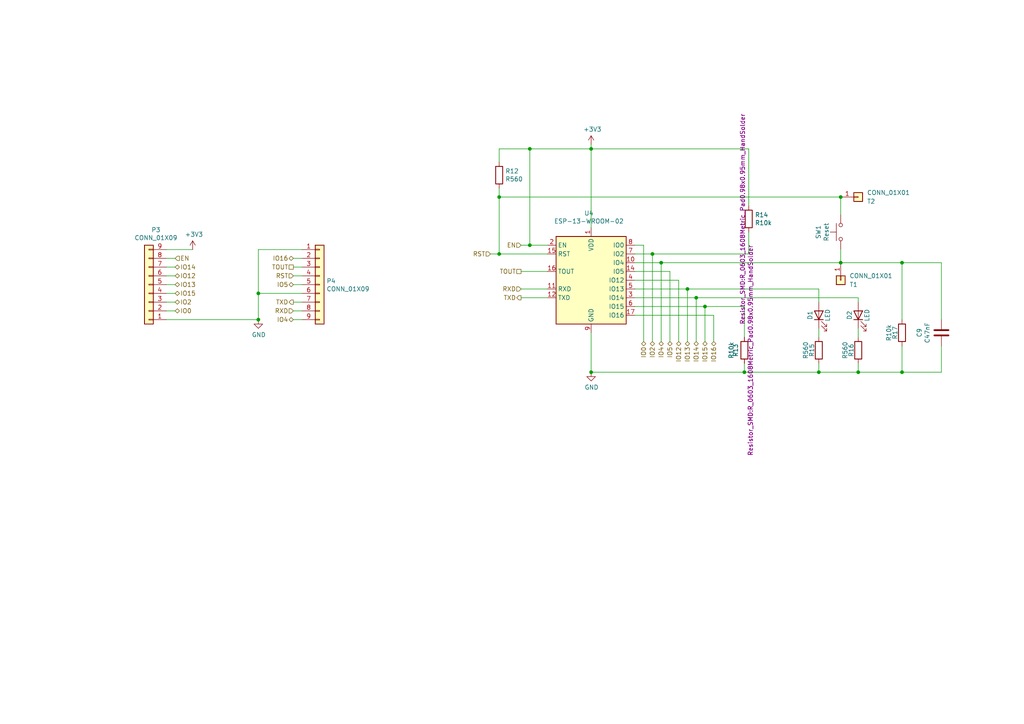
<source format=kicad_sch>
(kicad_sch (version 20221110) (generator eeschema)
  (paper "A4")
  (lib_symbols
    (symbol "Connector_Generic:Conn_01x01" (pin_names (offset 1.016) hide)
      (property "Reference" "J" (at 0 2.54 0))
      (property "Value" "Conn_01x01" (at 0 -2.54 0))
      (symbol "Conn_01x01_1_1"
        (rectangle (start -1.27 0.127) (end 0 -0.127) (stroke (width 0.1524)))
        (rectangle (start -1.27 1.27) (end 1.27 -1.27) (stroke (width 0.254)) (fill (type background)))
        (pin passive line (at -5.08 0 0) (length 3.81) (name "Pin_1") (number "1"))
      )
    )
    (symbol "Connector_Generic:Conn_01x09" (pin_names (offset 1.016) hide)
      (property "Reference" "J" (at 0 12.7 0))
      (property "Value" "Conn_01x09" (at 0 -12.7 0))
      (symbol "Conn_01x09_1_1"
        (rectangle (start -1.27 -10.033) (end 0 -10.287) (stroke (width 0.1524)))
        (rectangle (start -1.27 -7.493) (end 0 -7.747) (stroke (width 0.1524)))
        (rectangle (start -1.27 -4.953) (end 0 -5.207) (stroke (width 0.1524)))
        (rectangle (start -1.27 -2.413) (end 0 -2.667) (stroke (width 0.1524)))
        (rectangle (start -1.27 0.127) (end 0 -0.127) (stroke (width 0.1524)))
        (rectangle (start -1.27 2.667) (end 0 2.413) (stroke (width 0.1524)))
        (rectangle (start -1.27 5.207) (end 0 4.953) (stroke (width 0.1524)))
        (rectangle (start -1.27 7.747) (end 0 7.493) (stroke (width 0.1524)))
        (rectangle (start -1.27 10.287) (end 0 10.033) (stroke (width 0.1524)))
        (rectangle (start -1.27 11.43) (end 1.27 -11.43) (stroke (width 0.254)) (fill (type background)))
        (pin passive line (at -5.08 10.16 0) (length 3.81) (name "Pin_1") (number "1"))
        (pin passive line (at -5.08 7.62 0) (length 3.81) (name "Pin_2") (number "2"))
        (pin passive line (at -5.08 5.08 0) (length 3.81) (name "Pin_3") (number "3"))
        (pin passive line (at -5.08 2.54 0) (length 3.81) (name "Pin_4") (number "4"))
        (pin passive line (at -5.08 0 0) (length 3.81) (name "Pin_5") (number "5"))
        (pin passive line (at -5.08 -2.54 0) (length 3.81) (name "Pin_6") (number "6"))
        (pin passive line (at -5.08 -5.08 0) (length 3.81) (name "Pin_7") (number "7"))
        (pin passive line (at -5.08 -7.62 0) (length 3.81) (name "Pin_8") (number "8"))
        (pin passive line (at -5.08 -10.16 0) (length 3.81) (name "Pin_9") (number "9"))
      )
    )
    (symbol "Device:C" (pin_numbers hide) (pin_names (offset 0.254))
      (property "Reference" "C" (at 0.635 2.54 0))
      (property "Value" "C" (at 0.635 -2.54 0))
      (symbol "C_0_1"
        (polyline (pts (xy -2.032 -0.762) (xy 2.032 -0.762)) (stroke (width 0.508)))
        (polyline (pts (xy -2.032 0.762) (xy 2.032 0.762)) (stroke (width 0.508)))
      )
      (symbol "C_1_1"
        (pin passive line (at 0 3.81 270) (length 2.794) (name "~") (number "1"))
        (pin passive line (at 0 -3.81 90) (length 2.794) (name "~") (number "2"))
      )
    )
    (symbol "Device:LED" (pin_numbers hide) (pin_names (offset 1.016) hide)
      (property "Reference" "D" (at 0 2.54 0))
      (property "Value" "LED" (at 0 -2.54 0))
      (symbol "LED_0_1"
        (polyline (pts (xy -1.27 -1.27) (xy -1.27 1.27)) (stroke (width 0.254)))
        (polyline (pts (xy -1.27 0) (xy 1.27 0)))
        (polyline (pts (xy 1.27 -1.27) (xy 1.27 1.27) (xy -1.27 0) (xy 1.27 -1.27)) (stroke (width 0.254)))
        (polyline (pts (xy -3.048 -0.762) (xy -4.572 -2.286) (xy -3.81 -2.286) (xy -4.572 -2.286) (xy -4.572 -1.524)))
        (polyline (pts (xy -1.778 -0.762) (xy -3.302 -2.286) (xy -2.54 -2.286) (xy -3.302 -2.286) (xy -3.302 -1.524)))
      )
      (symbol "LED_1_1"
        (pin passive line (at -3.81 0 0) (length 2.54) (name "K") (number "1"))
        (pin passive line (at 3.81 0 180) (length 2.54) (name "A") (number "2"))
      )
    )
    (symbol "Device:R" (pin_numbers hide) (pin_names (offset 0))
      (property "Reference" "R" (at 2.032 0 90))
      (property "Value" "R" (at 0 0 90))
      (symbol "R_0_1"
        (rectangle (start -1.016 -2.54) (end 1.016 2.54) (stroke (width 0.254)))
      )
      (symbol "R_1_1"
        (pin passive line (at 0 3.81 270) (length 1.27) (name "~") (number "1"))
        (pin passive line (at 0 -3.81 90) (length 1.27) (name "~") (number "2"))
      )
    )
    (symbol "RF_Module:ESP-WROOM-02"
      (property "Reference" "U" (at -7.62 13.97 0))
      (property "Value" "ESP-WROOM-02" (at 10.16 13.97 0))
      (symbol "ESP-WROOM-02_0_1"
        (rectangle (start 10.16 12.7) (end -10.16 -12.7) (stroke (width 0.254)) (fill (type background)))
      )
      (symbol "ESP-WROOM-02_1_1"
        (pin power_in line (at 0 15.24 270) (length 2.54) (name "VDD") (number "1"))
        (pin bidirectional line (at 12.7 5.08 180) (length 2.54) (name "IO4") (number "10"))
        (pin bidirectional line (at -12.7 -2.54 0) (length 2.54) (name "RXD") (number "11"))
        (pin bidirectional line (at -12.7 -5.08 0) (length 2.54) (name "TXD") (number "12"))
        (pin passive line (at 0 -15.24 90) (length 2.54) hide (name "GND") (number "13"))
        (pin bidirectional line (at 12.7 2.54 180) (length 2.54) (name "IO5") (number "14"))
        (pin input line (at -12.7 7.62 0) (length 2.54) (name "RST") (number "15"))
        (pin input line (at -12.7 2.54 0) (length 2.54) (name "TOUT") (number "16"))
        (pin bidirectional line (at 12.7 -10.16 180) (length 2.54) (name "IO16") (number "17"))
        (pin passive line (at 0 -15.24 90) (length 2.54) hide (name "GND") (number "18"))
        (pin passive line (at 0 -15.24 90) (length 2.54) hide (name "GND") (number "19"))
        (pin input line (at -12.7 10.16 0) (length 2.54) (name "EN") (number "2"))
        (pin bidirectional line (at 12.7 -5.08 180) (length 2.54) (name "IO14") (number "3"))
        (pin bidirectional line (at 12.7 0 180) (length 2.54) (name "IO12") (number "4"))
        (pin bidirectional line (at 12.7 -2.54 180) (length 2.54) (name "IO13") (number "5"))
        (pin bidirectional line (at 12.7 -7.62 180) (length 2.54) (name "IO15") (number "6"))
        (pin bidirectional line (at 12.7 7.62 180) (length 2.54) (name "IO2") (number "7"))
        (pin bidirectional line (at 12.7 10.16 180) (length 2.54) (name "IO0") (number "8"))
        (pin power_in line (at 0 -15.24 90) (length 2.54) (name "GND") (number "9"))
      )
    )
    (symbol "Switch:SW_Push" (pin_numbers hide) (pin_names (offset 1.016) hide)
      (property "Reference" "SW" (at 1.27 2.54 0))
      (property "Value" "SW_Push" (at 0 -1.524 0))
      (symbol "SW_Push_0_1"
        (circle (center -2.032 0) (radius 0.508))
        (polyline (pts (xy 0 1.27) (xy 0 3.048)))
        (polyline (pts (xy 2.54 1.27) (xy -2.54 1.27)))
        (circle (center 2.032 0) (radius 0.508))
        (pin passive line (at -5.08 0 0) (length 2.54) (name "1") (number "1"))
        (pin passive line (at 5.08 0 180) (length 2.54) (name "2") (number "2"))
      )
    )
    (symbol "power:+3V3" (power) (pin_names (offset 0))
      (property "Value" "+3V3" (at 0 3.556 0))
      (symbol "+3V3_0_1"
        (polyline (pts (xy -0.762 1.27) (xy 0 2.54)))
        (polyline (pts (xy 0 0) (xy 0 2.54)))
        (polyline (pts (xy 0 2.54) (xy 0.762 1.27)))
      )
      (symbol "+3V3_1_1"
        (pin power_in line (at 0 0 90) (length 0) hide (name "+3V3") (number "1"))
      )
    )
    (symbol "power:GND" (power) (pin_names (offset 0))
      (property "Value" "GND" (at 0 -3.81 0))
      (symbol "GND_0_1"
        (polyline (pts (xy 0 0) (xy 0 -1.27) (xy 1.27 -1.27) (xy 0 -2.54) (xy -1.27 -1.27) (xy 0 -1.27)))
      )
      (symbol "GND_1_1"
        (pin power_in line (at 0 0 270) (length 0) hide (name "GND") (number "1"))
      )
    )
  )
  (junction (at 144.78 57.15))
  (junction (at 237.49 107.95))
  (junction (at 189.23 73.66))
  (junction (at 74.93 92.71))
  (junction (at 204.47 88.9))
  (junction (at 74.93 85.09))
  (junction (at 191.77 76.2))
  (junction (at 248.92 107.95))
  (junction (at 171.45 43.18))
  (junction (at 171.45 107.95))
  (junction (at 199.39 83.82))
  (junction (at 153.67 43.18))
  (junction (at 201.93 86.36))
  (junction (at 261.62 107.95))
  (junction (at 243.84 76.2))
  (junction (at 261.62 76.2))
  (junction (at 243.84 57.15))
  (junction (at 215.9 107.95))
  (junction (at 144.78 73.66))
  (junction (at 153.67 71.12))
  (wire (pts (xy 237.49 83.82) (xy 237.49 87.63)))
  (wire (pts (xy 215.9 105.41) (xy 215.9 107.95)))
  (wire (pts (xy 171.45 43.18) (xy 171.45 66.04)))
  (wire (pts (xy 87.63 74.93) (xy 85.09 74.93)))
  (wire (pts (xy 273.05 76.2) (xy 273.05 92.71)))
  (wire (pts (xy 144.78 57.15) (xy 243.84 57.15)))
  (wire (pts (xy 199.39 99.06) (xy 199.39 83.82)))
  (wire (pts (xy 50.8 90.17) (xy 48.26 90.17)))
  (wire (pts (xy 50.8 82.55) (xy 48.26 82.55)))
  (wire (pts (xy 261.62 76.2) (xy 273.05 76.2)))
  (wire (pts (xy 153.67 43.18) (xy 153.67 71.12)))
  (wire (pts (xy 74.93 85.09) (xy 74.93 72.39)))
  (wire (pts (xy 261.62 76.2) (xy 243.84 76.2)))
  (wire (pts (xy 184.15 88.9) (xy 204.47 88.9)))
  (wire (pts (xy 48.26 74.93) (xy 50.8 74.93)))
  (wire (pts (xy 186.69 71.12) (xy 186.69 99.06)))
  (wire (pts (xy 74.93 85.09) (xy 74.93 92.71)))
  (wire (pts (xy 153.67 43.18) (xy 171.45 43.18)))
  (wire (pts (xy 85.09 77.47) (xy 87.63 77.47)))
  (wire (pts (xy 191.77 76.2) (xy 243.84 76.2)))
  (wire (pts (xy 50.8 87.63) (xy 48.26 87.63)))
  (wire (pts (xy 171.45 43.18) (xy 217.17 43.18)))
  (wire (pts (xy 158.75 71.12) (xy 153.67 71.12)))
  (wire (pts (xy 196.85 99.06) (xy 196.85 81.28)))
  (wire (pts (xy 151.13 83.82) (xy 158.75 83.82)))
  (wire (pts (xy 85.09 82.55) (xy 87.63 82.55)))
  (wire (pts (xy 204.47 88.9) (xy 215.9 88.9)))
  (wire (pts (xy 87.63 80.01) (xy 85.09 80.01)))
  (wire (pts (xy 199.39 83.82) (xy 237.49 83.82)))
  (wire (pts (xy 153.67 71.12) (xy 151.13 71.12)))
  (wire (pts (xy 74.93 92.71) (xy 48.26 92.71)))
  (wire (pts (xy 50.8 85.09) (xy 48.26 85.09)))
  (wire (pts (xy 191.77 99.06) (xy 191.77 76.2)))
  (wire (pts (xy 48.26 72.39) (xy 55.88 72.39)))
  (wire (pts (xy 144.78 57.15) (xy 144.78 73.66)))
  (wire (pts (xy 74.93 85.09) (xy 87.63 85.09)))
  (wire (pts (xy 273.05 107.95) (xy 261.62 107.95)))
  (wire (pts (xy 261.62 92.71) (xy 261.62 76.2)))
  (wire (pts (xy 248.92 86.36) (xy 248.92 87.63)))
  (wire (pts (xy 194.31 78.74) (xy 184.15 78.74)))
  (wire (pts (xy 207.01 91.44) (xy 184.15 91.44)))
  (wire (pts (xy 204.47 99.06) (xy 204.47 88.9)))
  (wire (pts (xy 144.78 46.99) (xy 144.78 43.18)))
  (wire (pts (xy 48.26 80.01) (xy 50.8 80.01)))
  (wire (pts (xy 184.15 73.66) (xy 189.23 73.66)))
  (wire (pts (xy 237.49 105.41) (xy 237.49 107.95)))
  (wire (pts (xy 85.09 90.17) (xy 87.63 90.17)))
  (wire (pts (xy 207.01 99.06) (xy 207.01 91.44)))
  (wire (pts (xy 50.8 77.47) (xy 48.26 77.47)))
  (wire (pts (xy 184.15 83.82) (xy 199.39 83.82)))
  (wire (pts (xy 184.15 81.28) (xy 196.85 81.28)))
  (wire (pts (xy 74.93 72.39) (xy 87.63 72.39)))
  (wire (pts (xy 158.75 73.66) (xy 144.78 73.66)))
  (wire (pts (xy 194.31 99.06) (xy 194.31 78.74)))
  (wire (pts (xy 144.78 73.66) (xy 142.24 73.66)))
  (wire (pts (xy 261.62 107.95) (xy 248.92 107.95)))
  (wire (pts (xy 243.84 72.39) (xy 243.84 76.2)))
  (wire (pts (xy 215.9 107.95) (xy 237.49 107.95)))
  (wire (pts (xy 189.23 73.66) (xy 217.17 73.66)))
  (wire (pts (xy 248.92 107.95) (xy 237.49 107.95)))
  (wire (pts (xy 171.45 43.18) (xy 171.45 41.91)))
  (wire (pts (xy 215.9 88.9) (xy 215.9 97.79)))
  (wire (pts (xy 201.93 86.36) (xy 248.92 86.36)))
  (wire (pts (xy 201.93 99.06) (xy 201.93 86.36)))
  (wire (pts (xy 248.92 105.41) (xy 248.92 107.95)))
  (wire (pts (xy 144.78 54.61) (xy 144.78 57.15)))
  (wire (pts (xy 217.17 73.66) (xy 217.17 67.31)))
  (wire (pts (xy 217.17 59.69) (xy 217.17 43.18)))
  (wire (pts (xy 171.45 107.95) (xy 215.9 107.95)))
  (wire (pts (xy 273.05 100.33) (xy 273.05 107.95)))
  (wire (pts (xy 184.15 71.12) (xy 186.69 71.12)))
  (wire (pts (xy 237.49 95.25) (xy 237.49 97.79)))
  (wire (pts (xy 151.13 86.36) (xy 158.75 86.36)))
  (wire (pts (xy 87.63 87.63) (xy 85.09 87.63)))
  (wire (pts (xy 261.62 100.33) (xy 261.62 107.95)))
  (wire (pts (xy 248.92 95.25) (xy 248.92 97.79)))
  (wire (pts (xy 87.63 92.71) (xy 85.09 92.71)))
  (wire (pts (xy 151.13 78.74) (xy 158.75 78.74)))
  (wire (pts (xy 171.45 96.52) (xy 171.45 107.95)))
  (wire (pts (xy 189.23 99.06) (xy 189.23 73.66)))
  (wire (pts (xy 184.15 76.2) (xy 191.77 76.2)))
  (wire (pts (xy 184.15 86.36) (xy 201.93 86.36)))
  (wire (pts (xy 144.78 43.18) (xy 153.67 43.18)))
  (wire (pts (xy 243.84 62.23) (xy 243.84 57.15)))
  (hierarchical_label "IO14" (shape bidirectional) (at 50.8 77.47 0))
  (hierarchical_label "EN" (shape input) (at 151.13 71.12 180))
  (hierarchical_label "RST" (shape input) (at 142.24 73.66 180))
  (hierarchical_label "IO13" (shape bidirectional) (at 50.8 82.55 0))
  (hierarchical_label "IO2" (shape bidirectional) (at 189.23 99.06 270))
  (hierarchical_label "IO12" (shape bidirectional) (at 50.8 80.01 0))
  (hierarchical_label "IO5" (shape bidirectional) (at 85.09 82.55 180))
  (hierarchical_label "TXD" (shape output) (at 151.13 86.36 180))
  (hierarchical_label "RST" (shape input) (at 85.09 80.01 180))
  (hierarchical_label "IO13" (shape bidirectional) (at 199.39 99.06 270))
  (hierarchical_label "EN" (shape input) (at 50.8 74.93 0))
  (hierarchical_label "IO0" (shape bidirectional) (at 50.8 90.17 0))
  (hierarchical_label "TOUT" (shape passive) (at 85.09 77.47 180))
  (hierarchical_label "TOUT" (shape passive) (at 151.13 78.74 180))
  (hierarchical_label "IO14" (shape bidirectional) (at 201.93 99.06 270))
  (hierarchical_label "IO12" (shape bidirectional) (at 196.85 99.06 270))
  (hierarchical_label "IO2" (shape bidirectional) (at 50.8 87.63 0))
  (hierarchical_label "TXD" (shape output) (at 85.09 87.63 180))
  (hierarchical_label "RXD" (shape input) (at 85.09 90.17 180))
  (hierarchical_label "IO16" (shape bidirectional) (at 207.01 99.06 270))
  (hierarchical_label "IO4" (shape bidirectional) (at 191.77 99.06 270))
  (hierarchical_label "RXD" (shape input) (at 151.13 83.82 180))
  (hierarchical_label "IO0" (shape bidirectional) (at 186.69 99.06 270))
  (hierarchical_label "IO5" (shape bidirectional) (at 194.31 99.06 270))
  (hierarchical_label "IO16" (shape bidirectional) (at 85.09 74.93 180))
  (hierarchical_label "IO15" (shape bidirectional) (at 50.8 85.09 0))
  (hierarchical_label "IO15" (shape bidirectional) (at 204.47 99.06 270))
  (hierarchical_label "IO4" (shape bidirectional) (at 85.09 92.71 180))
  (symbol (lib_id "Device:R") (at 261.62 96.52 180) (unit 1)
    (property "Reference" "R17" (at 259.588 96.52 90))
    (property "Value" "R10k" (at 257.81 96.52 90))
    (property "Footprint" "Resistor_SMD:R_0603_1608Metric_Pad0.98x0.95mm_HandSolder" (effects hide))
    (property "Farnell" "2331740" (effects hide))
    (property "Farnell Price/Stock" "https://uk.farnell.com/te-connectivity/crgh0603j10k/res-10k-5-0-2w-0603-thick-film/dp/2331740" (effects hide))
  )
  (symbol (lib_id "Connector_Generic:Conn_01x01") (at 248.92 57.15 0) (unit 1)
    (property "Reference" "T2" (at 251.46 58.42 0) (effects (justify left)))
    (property "Value" "CONN_01X01" (at 251.46 55.88 0) (effects (justify left)))
    (property "Footprint" "TestPoint:TestPoint_Pad_D2.0mm" (effects hide))
    (property "Description" "DNP" (effects hide))
  )
  (symbol (lib_id "Connector_Generic:Conn_01x01") (at 243.84 81.28 270) (unit 1)
    (property "Reference" "T1" (at 246.38 82.55 90) (effects (justify left)))
    (property "Value" "CONN_01X01" (at 246.38 80.01 90) (effects (justify left)))
    (property "Footprint" "TestPoint:TestPoint_Pad_D2.0mm" (effects hide))
    (property "Description" "DNP" (effects hide))
  )
  (symbol (lib_id "Device:C") (at 273.05 96.52 0) (unit 1)
    (property "Reference" "C9" (at 266.6492 96.52 90))
    (property "Value" "C47nF" (at 268.9606 96.52 90))
    (property "Footprint" "Capacitor_SMD:C_0603_1608Metric_Pad1.08x0.95mm_HandSolder" (effects hide))
    (property "Farnell" "1759031" (effects hide))
    (property "Farnell Price/Stock" "https://uk.farnell.com/multicomp/mc0603b473k250ct/cap-0-047-f-25v-10-x7r-0603/dp/1759031" (effects hide))
  )
  (symbol (lib_id "Device:R") (at 144.78 50.8 0) (unit 1)
    (property "Reference" "R12" (at 146.558 49.6316 0) (effects (justify left)))
    (property "Value" "R560" (at 146.558 51.943 0) (effects (justify left)))
    (property "Footprint" "Resistor_SMD:R_0603_1608Metric_Pad0.98x0.95mm_HandSolder" (effects hide))
    (property "Farnell" "2502470" (effects hide))
    (property "Farnell Price/Stock" "https://uk.farnell.com/walsin/wr06x5600ftl/res-560r-1-75v-0603-thick-film/dp/2502470" (effects hide))
  )
  (symbol (lib_id "Device:R") (at 248.92 101.6 180) (unit 1)
    (property "Reference" "R16" (at 246.888 101.6 90))
    (property "Value" "R560" (at 245.11 101.6 90))
    (property "Footprint" "Resistor_SMD:R_0603_1608Metric_Pad0.98x0.95mm_HandSolder" (effects hide))
    (property "Farnell" "2502470" (effects hide))
    (property "Farnell Price/Stock" "https://uk.farnell.com/walsin/wr06x5600ftl/res-560r-1-75v-0603-thick-film/dp/2502470" (effects hide))
  )
  (symbol (lib_id "Device:R") (at 237.49 101.6 180) (unit 1)
    (property "Reference" "R15" (at 235.458 101.6 90))
    (property "Value" "R560" (at 233.68 101.6 90))
    (property "Footprint" "Resistor_SMD:R_0603_1608Metric_Pad0.98x0.95mm_HandSolder" (effects hide))
    (property "Farnell" "2502470" (effects hide))
    (property "Farnell Price/Stock" "https://uk.farnell.com/walsin/wr06x5600ftl/res-560r-1-75v-0603-thick-film/dp/2502470" (effects hide))
  )
  (symbol (lib_id "Device:LED") (at 248.92 91.44 90) (unit 1)
    (property "Reference" "D2" (at 246.38 91.44 0))
    (property "Value" "LED" (at 251.46 91.44 0))
    (property "Footprint" "LED_SMD:LED_0805_2012Metric_Pad1.15x1.40mm_HandSolder" (effects hide))
    (property "Farnell" "2322102" (effects hide))
    (property "Farnell Price/Stock" "https://uk.farnell.com/wurth-elektronik/155124vs73200/led-1204-b-green-50mcd-573nm/dp/2322102" (effects hide))
  )
  (symbol (lib_id "Device:LED") (at 237.49 91.44 90) (unit 1)
    (property "Reference" "D1" (at 234.95 91.44 0))
    (property "Value" "LED" (at 240.03 91.44 0))
    (property "Footprint" "LED_SMD:LED_0805_2012Metric_Pad1.15x1.40mm_HandSolder" (effects hide))
    (property "Farnell" "2322102" (effects hide))
    (property "Farnell Price/Stock" "https://uk.farnell.com/wurth-elektronik/155124vs73200/led-1204-b-green-50mcd-573nm/dp/2322102" (effects hide))
  )
  (symbol (lib_id "Switch:SW_Push") (at 243.84 67.31 90) (unit 1)
    (property "Reference" "SW1" (at 237.363 67.31 0))
    (property "Value" "Reset" (at 239.6744 67.31 0))
    (property "Footprint" "mcqn-kicad-lib:SW_SPST_GULLWING" (effects hide))
    (property "Farnell" "2435308" (effects hide))
    (property "Farnell Price/Stock" "http://uk.farnell.com/c-k-components/ksek43g-lfs/tactile-switch-spst-0-05a-32vdc/dp/2435308" (effects hide))
  )
  (symbol (lib_id "Connector_Generic:Conn_01x09") (at 43.18 82.55 180) (unit 1)
    (property "Reference" "P3" (at 45.2374 66.675 0))
    (property "Value" "CONN_01X09" (at 45.2374 68.9864 0))
    (property "Footprint" "Connector_PinSocket_2.54mm:PinSocket_1x09_P2.54mm_Vertical" (effects hide))
    (property "Description" "DNP" (effects hide))
  )
  (symbol (lib_id "Connector_Generic:Conn_01x09") (at 92.71 82.55 0) (unit 1)
    (property "Reference" "P4" (at 94.6912 81.5086 0) (effects (justify left)))
    (property "Value" "CONN_01X09" (at 94.6912 83.82 0) (effects (justify left)))
    (property "Footprint" "Connector_PinSocket_2.54mm:PinSocket_1x09_P2.54mm_Vertical" (effects hide))
    (property "Description" "DNP" (effects hide))
  )
  (symbol (lib_id "Device:R") (at 215.9 101.6 180) (unit 1)
    (property "Reference" "R13" (at 213.36 101.6 90))
    (property "Value" "R10k" (at 212.09 101.6 90))
    (property "Footprint" "Resistor_SMD:R_0603_1608Metric_Pad0.98x0.95mm_HandSolder" (at 217.678 101.6 90))
    (property "Farnell" "2331740" (effects hide))
    (property "Farnell Price/Stock" "https://uk.farnell.com/te-connectivity/crgh0603j10k/res-10k-5-0-2w-0603-thick-film/dp/2331740" (effects hide))
  )
  (symbol (lib_id "power:+3V3") (at 171.45 41.91 0) (unit 1)
    (property "Reference" "#PWR05" (effects hide))
    (property "Value" "+3V3" (at 171.831 37.5158 0))
  )
  (symbol (lib_id "power:GND") (at 171.45 107.95 0) (unit 1)
    (property "Reference" "#PWR06" (effects hide))
    (property "Value" "GND" (at 171.577 112.3442 0))
  )
  (symbol (lib_id "power:GND") (at 74.93 92.71 0) (unit 1)
    (property "Reference" "#PWR04" (effects hide))
    (property "Value" "GND" (at 75.057 97.1042 0))
  )
  (symbol (lib_id "Device:R") (at 217.17 63.5 0) (unit 1)
    (property "Reference" "R14" (at 218.948 62.3316 0) (effects (justify left)))
    (property "Value" "R10k" (at 218.948 64.643 0) (effects (justify left)))
    (property "Footprint" "Resistor_SMD:R_0603_1608Metric_Pad0.98x0.95mm_HandSolder" (at 215.392 63.5 90))
    (property "Farnell" "2331740" (effects hide))
    (property "Farnell Price/Stock" "https://uk.farnell.com/te-connectivity/crgh0603j10k/res-10k-5-0-2w-0603-thick-film/dp/2331740" (effects hide))
  )
  (symbol (lib_id "RF_Module:ESP-WROOM-02") (at 171.45 81.28 0) (unit 1)
    (property "Reference" "U4" (at 170.815 61.849 0))
    (property "Value" "ESP-13-WROOM-02" (at 170.815 64.1604 0))
    (property "Footprint" "RF_Module:ESP-WROOM-02" (effects hide))
    (property "Manuf#" "ESP-WROOM-02" (effects hide))
  )
  (symbol (lib_id "power:+3V3") (at 55.88 72.39 0) (unit 1)
    (property "Reference" "#PWR03" (effects hide))
    (property "Value" "+3V3" (at 56.261 67.9958 0))
  )
)
</source>
